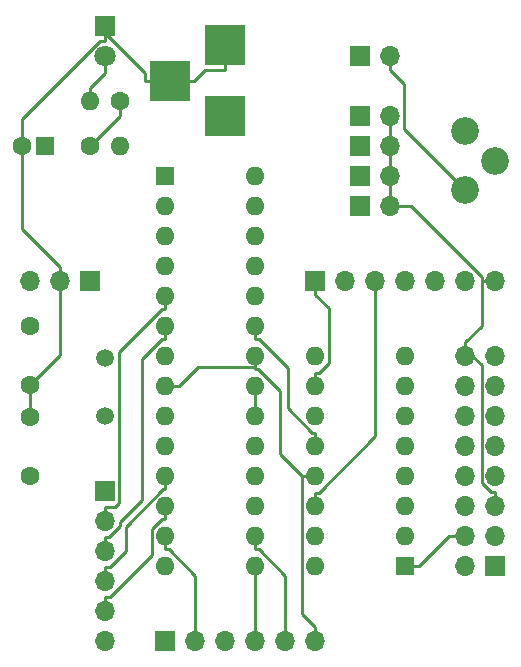
<source format=gtl>
G04 #@! TF.FileFunction,Copper,L1,Top,Signal*
%FSLAX46Y46*%
G04 Gerber Fmt 4.6, Leading zero omitted, Abs format (unit mm)*
G04 Created by KiCad (PCBNEW 4.0.7) date Tuesday, February 20, 2018 'PMt' 03:02:02 PM*
%MOMM*%
%LPD*%
G01*
G04 APERTURE LIST*
%ADD10C,0.100000*%
%ADD11R,1.600000X1.600000*%
%ADD12O,1.600000X1.600000*%
%ADD13C,1.600000*%
%ADD14R,1.700000X1.700000*%
%ADD15O,1.700000X1.700000*%
%ADD16R,3.500000X3.500000*%
%ADD17C,2.340000*%
%ADD18C,1.500000*%
%ADD19R,1.800000X1.800000*%
%ADD20C,1.800000*%
%ADD21C,0.250000*%
G04 APERTURE END LIST*
D10*
D11*
X97790000Y-85090000D03*
D12*
X105410000Y-118110000D03*
X97790000Y-87630000D03*
X105410000Y-115570000D03*
X97790000Y-90170000D03*
X105410000Y-113030000D03*
X97790000Y-92710000D03*
X105410000Y-110490000D03*
X97790000Y-95250000D03*
X105410000Y-107950000D03*
X97790000Y-97790000D03*
X105410000Y-105410000D03*
X97790000Y-100330000D03*
X105410000Y-102870000D03*
X97790000Y-102870000D03*
X105410000Y-100330000D03*
X97790000Y-105410000D03*
X105410000Y-97790000D03*
X97790000Y-107950000D03*
X105410000Y-95250000D03*
X97790000Y-110490000D03*
X105410000Y-92710000D03*
X97790000Y-113030000D03*
X105410000Y-90170000D03*
X97790000Y-115570000D03*
X105410000Y-87630000D03*
X97790000Y-118110000D03*
X105410000Y-85090000D03*
D13*
X86360000Y-97790000D03*
X86360000Y-102790000D03*
X86360000Y-110490000D03*
X86360000Y-105490000D03*
D14*
X114300000Y-87630000D03*
D15*
X116840000Y-87630000D03*
D14*
X114300000Y-85090000D03*
D15*
X116840000Y-85090000D03*
D14*
X114300000Y-82550000D03*
D15*
X116840000Y-82550000D03*
D16*
X102870000Y-80010000D03*
X102870000Y-74010000D03*
X98170000Y-77010000D03*
D14*
X125730000Y-118110000D03*
D15*
X123190000Y-118110000D03*
X125730000Y-115570000D03*
X123190000Y-115570000D03*
X125730000Y-113030000D03*
X123190000Y-113030000D03*
X125730000Y-110490000D03*
X123190000Y-110490000D03*
X125730000Y-107950000D03*
X123190000Y-107950000D03*
X125730000Y-105410000D03*
X123190000Y-105410000D03*
X125730000Y-102870000D03*
X123190000Y-102870000D03*
X125730000Y-100330000D03*
X123190000Y-100330000D03*
D14*
X114300000Y-80010000D03*
D15*
X116840000Y-80010000D03*
D14*
X97790000Y-124460000D03*
D15*
X100330000Y-124460000D03*
X102870000Y-124460000D03*
X105410000Y-124460000D03*
X107950000Y-124460000D03*
X110490000Y-124460000D03*
D17*
X123190000Y-86280000D03*
X125690000Y-83780000D03*
X123190000Y-81280000D03*
D11*
X118110000Y-118110000D03*
D12*
X110490000Y-100330000D03*
X118110000Y-115570000D03*
X110490000Y-102870000D03*
X118110000Y-113030000D03*
X110490000Y-105410000D03*
X118110000Y-110490000D03*
X110490000Y-107950000D03*
X118110000Y-107950000D03*
X110490000Y-110490000D03*
X118110000Y-105410000D03*
X110490000Y-113030000D03*
X118110000Y-102870000D03*
X110490000Y-115570000D03*
X118110000Y-100330000D03*
X110490000Y-118110000D03*
D14*
X110490000Y-93980000D03*
D15*
X113030000Y-93980000D03*
X115570000Y-93980000D03*
X118110000Y-93980000D03*
X120650000Y-93980000D03*
X123190000Y-93980000D03*
X125730000Y-93980000D03*
D18*
X92710000Y-105410000D03*
X92710000Y-100530000D03*
D14*
X92710000Y-111760000D03*
D15*
X92710000Y-114300000D03*
X92710000Y-116840000D03*
X92710000Y-119380000D03*
X92710000Y-121920000D03*
X92710000Y-124460000D03*
D14*
X91440000Y-93980000D03*
D15*
X88900000Y-93980000D03*
X86360000Y-93980000D03*
D19*
X92710000Y-72390000D03*
D20*
X92710000Y-74930000D03*
D14*
X114300000Y-74930000D03*
D15*
X116840000Y-74930000D03*
D13*
X93980000Y-78740000D03*
D12*
X91440000Y-78740000D03*
D11*
X87630000Y-82550000D03*
D13*
X85630000Y-82550000D03*
X91440000Y-82550000D03*
D12*
X93980000Y-82550000D03*
D21*
X105410000Y-124460000D02*
X105410000Y-118110000D01*
X105691300Y-116695300D02*
X105410000Y-116695300D01*
X107950000Y-118954000D02*
X105691300Y-116695300D01*
X107950000Y-124460000D02*
X107950000Y-118954000D01*
X105410000Y-115570000D02*
X105410000Y-116695300D01*
X110771300Y-111904700D02*
X110490000Y-111904700D01*
X115570000Y-107106000D02*
X110771300Y-111904700D01*
X115570000Y-93980000D02*
X115570000Y-107106000D01*
X110490000Y-113030000D02*
X110490000Y-111904700D01*
X97508700Y-96375300D02*
X97790000Y-96375300D01*
X93885300Y-99998700D02*
X97508700Y-96375300D01*
X93885300Y-112757500D02*
X93885300Y-99998700D01*
X93518100Y-113124700D02*
X93885300Y-112757500D01*
X92710000Y-113124700D02*
X93518100Y-113124700D01*
X92710000Y-114300000D02*
X92710000Y-113124700D01*
X97790000Y-95250000D02*
X97790000Y-96375300D01*
X92710000Y-116840000D02*
X92710000Y-115664700D01*
X97790000Y-97790000D02*
X97790000Y-98915300D01*
X97508700Y-98915300D02*
X97790000Y-98915300D01*
X95810400Y-100613600D02*
X97508700Y-98915300D01*
X95810400Y-112505300D02*
X95810400Y-100613600D01*
X93964000Y-114351700D02*
X95810400Y-112505300D01*
X93964000Y-114734000D02*
X93964000Y-114351700D01*
X93033300Y-115664700D02*
X93964000Y-114734000D01*
X92710000Y-115664700D02*
X93033300Y-115664700D01*
X93980000Y-80010000D02*
X93980000Y-78740000D01*
X91440000Y-82550000D02*
X93980000Y-80010000D01*
X110771400Y-101744700D02*
X110490000Y-101744700D01*
X111615300Y-100900800D02*
X110771400Y-101744700D01*
X111615300Y-96280600D02*
X111615300Y-100900800D01*
X110490000Y-95155300D02*
X111615300Y-96280600D01*
X110490000Y-93980000D02*
X110490000Y-95155300D01*
X110490000Y-102870000D02*
X110490000Y-101744700D01*
X118015300Y-77280600D02*
X116840000Y-76105300D01*
X118015300Y-81105300D02*
X118015300Y-77280600D01*
X123190000Y-86280000D02*
X118015300Y-81105300D01*
X116840000Y-74930000D02*
X116840000Y-76105300D01*
X105410000Y-102870000D02*
X105410000Y-105410000D01*
X88900000Y-100250000D02*
X86360000Y-102790000D01*
X88900000Y-93980000D02*
X88900000Y-100250000D01*
X116840000Y-80010000D02*
X116840000Y-82550000D01*
X116840000Y-82550000D02*
X116840000Y-85090000D01*
X116840000Y-85090000D02*
X116840000Y-87630000D01*
X86360000Y-105490000D02*
X86360000Y-102790000D01*
X110490000Y-110490000D02*
X109364700Y-110490000D01*
X101170000Y-76085300D02*
X102870000Y-76085300D01*
X100245300Y-77010000D02*
X101170000Y-76085300D01*
X98170000Y-77010000D02*
X100245300Y-77010000D01*
X102870000Y-74010000D02*
X102870000Y-76085300D01*
X100506900Y-101278400D02*
X105410000Y-101278400D01*
X98915300Y-102870000D02*
X100506900Y-101278400D01*
X105410000Y-100330000D02*
X105410000Y-101278400D01*
X105410000Y-101278400D02*
X105410000Y-101455300D01*
X97790000Y-102870000D02*
X98915300Y-102870000D01*
X118572000Y-87630000D02*
X116840000Y-87630000D01*
X124554700Y-93612700D02*
X118572000Y-87630000D01*
X124554700Y-93980000D02*
X124554700Y-93612700D01*
X125730000Y-93980000D02*
X124554700Y-93980000D01*
X88900000Y-93980000D02*
X88900000Y-92804700D01*
X109364700Y-122159400D02*
X110490000Y-123284700D01*
X109364700Y-110490000D02*
X109364700Y-122159400D01*
X110490000Y-124460000D02*
X110490000Y-123284700D01*
X107474700Y-108600000D02*
X109364700Y-110490000D01*
X107474700Y-103315400D02*
X107474700Y-108600000D01*
X105614600Y-101455300D02*
X107474700Y-103315400D01*
X105410000Y-101455300D02*
X105614600Y-101455300D01*
X85630000Y-89534700D02*
X85630000Y-82550000D01*
X88900000Y-92804700D02*
X85630000Y-89534700D01*
X92250500Y-73615300D02*
X92710000Y-73615300D01*
X85630000Y-80235800D02*
X92250500Y-73615300D01*
X85630000Y-82550000D02*
X85630000Y-80235800D01*
X92710000Y-72390000D02*
X92710000Y-72952800D01*
X92710000Y-72952800D02*
X92710000Y-73615300D01*
X96094700Y-76337500D02*
X96094700Y-77010000D01*
X92710000Y-72952800D02*
X96094700Y-76337500D01*
X98170000Y-77010000D02*
X96094700Y-77010000D01*
X124554700Y-97790000D02*
X124554700Y-93980000D01*
X123190000Y-99154700D02*
X124554700Y-97790000D01*
X123190000Y-100330000D02*
X123190000Y-99742300D01*
X123190000Y-99742300D02*
X123190000Y-99154700D01*
X125362600Y-111854700D02*
X125730000Y-111854700D01*
X124554700Y-111046800D02*
X125362600Y-111854700D01*
X124554700Y-101107000D02*
X124554700Y-111046800D01*
X123190000Y-99742300D02*
X124554700Y-101107000D01*
X125730000Y-113030000D02*
X125730000Y-111854700D01*
X105691300Y-98915300D02*
X105410000Y-98915300D01*
X108150100Y-101374100D02*
X105691300Y-98915300D01*
X108150100Y-104760600D02*
X108150100Y-101374100D01*
X110214200Y-106824700D02*
X108150100Y-104760600D01*
X110490000Y-106824700D02*
X110214200Y-106824700D01*
X110490000Y-107950000D02*
X110490000Y-106824700D01*
X105410000Y-97790000D02*
X105410000Y-98915300D01*
X97613100Y-111615300D02*
X97790000Y-111615300D01*
X94414400Y-114814000D02*
X97613100Y-111615300D01*
X94414400Y-116867600D02*
X94414400Y-114814000D01*
X93077300Y-118204700D02*
X94414400Y-116867600D01*
X92710000Y-118204700D02*
X93077300Y-118204700D01*
X92710000Y-119380000D02*
X92710000Y-118204700D01*
X97790000Y-110490000D02*
X97790000Y-111615300D01*
X97508600Y-114155300D02*
X97790000Y-114155300D01*
X96664700Y-114999200D02*
X97508600Y-114155300D01*
X96664700Y-117157300D02*
X96664700Y-114999200D01*
X93077300Y-120744700D02*
X96664700Y-117157300D01*
X92710000Y-120744700D02*
X93077300Y-120744700D01*
X92710000Y-121920000D02*
X92710000Y-120744700D01*
X97790000Y-113030000D02*
X97790000Y-114155300D01*
X98071300Y-116695300D02*
X97790000Y-116695300D01*
X100330000Y-118954000D02*
X98071300Y-116695300D01*
X100330000Y-124460000D02*
X100330000Y-118954000D01*
X97790000Y-115570000D02*
X97790000Y-116695300D01*
X121775300Y-115570000D02*
X123190000Y-115570000D01*
X119235300Y-118110000D02*
X121775300Y-115570000D01*
X118110000Y-118110000D02*
X119235300Y-118110000D01*
X92710000Y-76344700D02*
X92710000Y-74930000D01*
X91440000Y-77614700D02*
X92710000Y-76344700D01*
X91440000Y-78740000D02*
X91440000Y-77614700D01*
M02*

</source>
